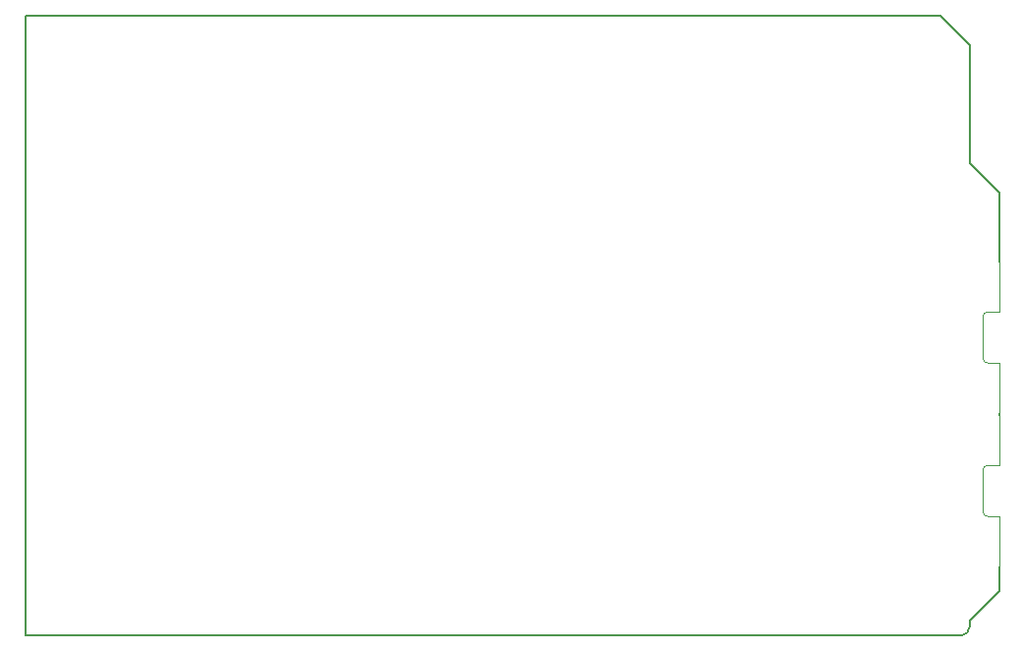
<source format=gbr>
%TF.GenerationSoftware,KiCad,Pcbnew,9.0.7*%
%TF.CreationDate,2026-02-04T17:26:36-07:00*%
%TF.ProjectId,Uno_Shield_DSP_Class_v1,556e6f5f-5368-4696-956c-645f4453505f,rev?*%
%TF.SameCoordinates,Original*%
%TF.FileFunction,Profile,NP*%
%FSLAX46Y46*%
G04 Gerber Fmt 4.6, Leading zero omitted, Abs format (unit mm)*
G04 Created by KiCad (PCBNEW 9.0.7) date 2026-02-04 17:26:36*
%MOMM*%
%LPD*%
G01*
G04 APERTURE LIST*
%TA.AperFunction,Profile*%
%ADD10C,0.150000*%
%TD*%
%TA.AperFunction,Profile*%
%ADD11C,0.120000*%
%TD*%
G04 APERTURE END LIST*
D10*
X166040000Y-59360000D02*
X168580000Y-61900000D01*
X100762000Y-46660000D02*
X84762000Y-46660000D01*
X168580000Y-96190000D02*
X168590000Y-94040000D01*
X165278000Y-100000000D02*
X100762000Y-100000000D01*
X100762000Y-46660000D02*
X163500000Y-46660000D01*
X168580000Y-96190000D02*
X166040000Y-98730000D01*
X163500000Y-46660000D02*
X166040000Y-49200000D01*
X166040000Y-99238000D02*
G75*
G02*
X165278000Y-100000000I-762000J0D01*
G01*
X168590000Y-67830000D02*
X168580000Y-61900000D01*
X100762000Y-100000000D02*
X84762000Y-100000000D01*
X166040000Y-49200000D02*
X166040000Y-59360000D01*
X166040000Y-98730000D02*
X166040000Y-99238000D01*
X168590000Y-80830000D02*
X168590000Y-81040000D01*
X84762000Y-100000000D02*
X84762000Y-46660000D01*
D11*
%TO.C,J11*%
X167190000Y-72530000D02*
X167190000Y-76130000D01*
X167590000Y-72130000D02*
X168590000Y-72130000D01*
X167590000Y-76530000D02*
X168590000Y-76530000D01*
X168590000Y-72130000D02*
X168590000Y-67830000D01*
X168590000Y-76530000D02*
X168590000Y-80830000D01*
X167190000Y-72530000D02*
G75*
G02*
X167590000Y-72130000I400000J0D01*
G01*
X167590000Y-76530000D02*
G75*
G02*
X167190000Y-76130000I2J400002D01*
G01*
%TO.C,J10*%
X167190000Y-85740000D02*
X167190000Y-89340000D01*
X167590000Y-85340000D02*
X168590000Y-85340000D01*
X167590000Y-89740000D02*
X168590000Y-89740000D01*
X168590000Y-85340000D02*
X168590000Y-81040000D01*
X168590000Y-89740000D02*
X168590000Y-94040000D01*
X167190000Y-85740000D02*
G75*
G02*
X167590000Y-85340000I400000J0D01*
G01*
X167590000Y-89740000D02*
G75*
G02*
X167190000Y-89340000I2J400002D01*
G01*
%TD*%
M02*

</source>
